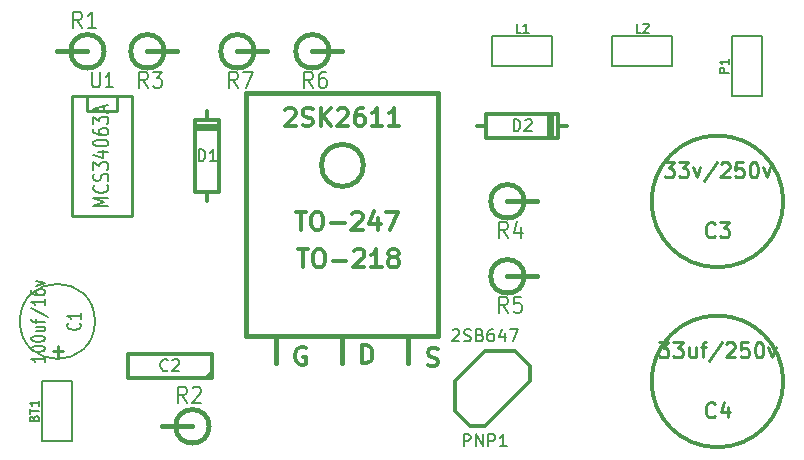
<source format=gto>
G04 (created by PCBNEW (2013-jul-07)-stable) date 2014年08月03日 (週日) 20時36分34秒*
%MOIN*%
G04 Gerber Fmt 3.4, Leading zero omitted, Abs format*
%FSLAX34Y34*%
G01*
G70*
G90*
G04 APERTURE LIST*
%ADD10C,0.00590551*%
%ADD11C,0.015*%
%ADD12C,0.005*%
%ADD13C,0.012*%
%ADD14C,0.006*%
%ADD15C,0.01*%
%ADD16C,0.008*%
%ADD17C,0.01125*%
G04 APERTURE END LIST*
G54D10*
G54D11*
X54300Y-46900D02*
X54300Y-46000D01*
X56500Y-46900D02*
X56500Y-46000D01*
X58700Y-46900D02*
X58700Y-46000D01*
X57200Y-40300D02*
G75*
G03X57200Y-40300I-700J0D01*
G74*
G01*
X59700Y-37900D02*
X59700Y-46000D01*
X53300Y-37900D02*
X59700Y-37900D01*
X53300Y-46000D02*
X53300Y-37900D01*
X59700Y-46000D02*
X53300Y-46000D01*
G54D12*
X48250Y-45500D02*
G75*
G03X48250Y-45500I-1250J0D01*
G74*
G01*
G54D13*
X71195Y-41500D02*
G75*
G03X71195Y-41500I-2195J0D01*
G74*
G01*
X71195Y-47500D02*
G75*
G03X71195Y-47500I-2195J0D01*
G74*
G01*
X52000Y-38500D02*
X52000Y-38800D01*
X52000Y-38800D02*
X51600Y-38800D01*
X51600Y-38800D02*
X51600Y-41200D01*
X51600Y-41200D02*
X52000Y-41200D01*
X52000Y-41200D02*
X52000Y-41500D01*
X52000Y-41200D02*
X52400Y-41200D01*
X52400Y-41200D02*
X52400Y-38800D01*
X52400Y-38800D02*
X52000Y-38800D01*
X51600Y-39000D02*
X52400Y-39000D01*
X52400Y-39100D02*
X51600Y-39100D01*
X64000Y-39000D02*
X63700Y-39000D01*
X63700Y-39000D02*
X63700Y-38600D01*
X63700Y-38600D02*
X61300Y-38600D01*
X61300Y-38600D02*
X61300Y-39000D01*
X61300Y-39000D02*
X61000Y-39000D01*
X61300Y-39000D02*
X61300Y-39400D01*
X61300Y-39400D02*
X63700Y-39400D01*
X63700Y-39400D02*
X63700Y-39000D01*
X63500Y-38600D02*
X63500Y-39400D01*
X63400Y-39400D02*
X63400Y-38600D01*
G54D14*
X61500Y-37000D02*
X61500Y-36000D01*
X61500Y-36000D02*
X63500Y-36000D01*
X63500Y-36000D02*
X63500Y-37000D01*
X63500Y-37000D02*
X61500Y-37000D01*
X65500Y-37000D02*
X65500Y-36000D01*
X65500Y-36000D02*
X67500Y-36000D01*
X67500Y-36000D02*
X67500Y-37000D01*
X67500Y-37000D02*
X65500Y-37000D01*
G54D11*
X48000Y-36500D02*
X47000Y-36500D01*
X48559Y-36500D02*
G75*
G03X48559Y-36500I-559J0D01*
G74*
G01*
X51500Y-49000D02*
X50500Y-49000D01*
X52059Y-49000D02*
G75*
G03X52059Y-49000I-559J0D01*
G74*
G01*
X50000Y-36500D02*
X51000Y-36500D01*
X50559Y-36500D02*
G75*
G03X50559Y-36500I-559J0D01*
G74*
G01*
X62000Y-41500D02*
X63000Y-41500D01*
X62559Y-41500D02*
G75*
G03X62559Y-41500I-559J0D01*
G74*
G01*
X62000Y-44000D02*
X63000Y-44000D01*
X62559Y-44000D02*
G75*
G03X62559Y-44000I-559J0D01*
G74*
G01*
G54D15*
X49000Y-38000D02*
X49000Y-38500D01*
X49000Y-38500D02*
X48000Y-38500D01*
X48000Y-38500D02*
X48000Y-38000D01*
X49500Y-38000D02*
X49500Y-42000D01*
X49500Y-42000D02*
X47500Y-42000D01*
X47500Y-42000D02*
X47500Y-38000D01*
X47500Y-38000D02*
X49500Y-38000D01*
G54D14*
X47500Y-49500D02*
X46500Y-49500D01*
X46500Y-49500D02*
X46500Y-47500D01*
X46500Y-47500D02*
X47500Y-47500D01*
X47500Y-47500D02*
X47500Y-49500D01*
X70500Y-38000D02*
X69500Y-38000D01*
X69500Y-38000D02*
X69500Y-36000D01*
X69500Y-36000D02*
X70500Y-36000D01*
X70500Y-36000D02*
X70500Y-38000D01*
G54D11*
X55500Y-36500D02*
X56500Y-36500D01*
X56059Y-36500D02*
G75*
G03X56059Y-36500I-559J0D01*
G74*
G01*
X53000Y-36500D02*
X54000Y-36500D01*
X53559Y-36500D02*
G75*
G03X53559Y-36500I-559J0D01*
G74*
G01*
G54D13*
X61250Y-49000D02*
X62750Y-47500D01*
X62750Y-47500D02*
X62750Y-47000D01*
X62750Y-47000D02*
X62250Y-46500D01*
X62250Y-46500D02*
X61250Y-46500D01*
X61250Y-46500D02*
X60250Y-47500D01*
X60250Y-47500D02*
X60250Y-48500D01*
X60250Y-48500D02*
X60750Y-49000D01*
X60750Y-49000D02*
X61250Y-49000D01*
X52150Y-47400D02*
X49350Y-47400D01*
X49350Y-47400D02*
X49350Y-46600D01*
X49350Y-46600D02*
X52150Y-46600D01*
X52150Y-46600D02*
X52150Y-47400D01*
X52150Y-47200D02*
X51950Y-47400D01*
X54599Y-38450D02*
X54628Y-38421D01*
X54685Y-38392D01*
X54828Y-38392D01*
X54885Y-38421D01*
X54914Y-38450D01*
X54942Y-38507D01*
X54942Y-38564D01*
X54914Y-38650D01*
X54571Y-38992D01*
X54942Y-38992D01*
X55171Y-38964D02*
X55257Y-38992D01*
X55399Y-38992D01*
X55457Y-38964D01*
X55485Y-38935D01*
X55514Y-38878D01*
X55514Y-38821D01*
X55485Y-38764D01*
X55457Y-38735D01*
X55399Y-38707D01*
X55285Y-38678D01*
X55228Y-38650D01*
X55199Y-38621D01*
X55171Y-38564D01*
X55171Y-38507D01*
X55199Y-38450D01*
X55228Y-38421D01*
X55285Y-38392D01*
X55428Y-38392D01*
X55514Y-38421D01*
X55771Y-38992D02*
X55771Y-38392D01*
X56114Y-38992D02*
X55857Y-38650D01*
X56114Y-38392D02*
X55771Y-38735D01*
X56342Y-38450D02*
X56371Y-38421D01*
X56428Y-38392D01*
X56571Y-38392D01*
X56628Y-38421D01*
X56657Y-38450D01*
X56685Y-38507D01*
X56685Y-38564D01*
X56657Y-38650D01*
X56314Y-38992D01*
X56685Y-38992D01*
X57200Y-38392D02*
X57085Y-38392D01*
X57028Y-38421D01*
X57000Y-38450D01*
X56942Y-38535D01*
X56914Y-38650D01*
X56914Y-38878D01*
X56942Y-38935D01*
X56971Y-38964D01*
X57028Y-38992D01*
X57142Y-38992D01*
X57200Y-38964D01*
X57228Y-38935D01*
X57257Y-38878D01*
X57257Y-38735D01*
X57228Y-38678D01*
X57200Y-38650D01*
X57142Y-38621D01*
X57028Y-38621D01*
X56971Y-38650D01*
X56942Y-38678D01*
X56914Y-38735D01*
X57828Y-38992D02*
X57485Y-38992D01*
X57657Y-38992D02*
X57657Y-38392D01*
X57600Y-38478D01*
X57542Y-38535D01*
X57485Y-38564D01*
X58400Y-38992D02*
X58057Y-38992D01*
X58228Y-38992D02*
X58228Y-38392D01*
X58171Y-38478D01*
X58114Y-38535D01*
X58057Y-38564D01*
X55005Y-43102D02*
X55348Y-43102D01*
X55177Y-43702D02*
X55177Y-43102D01*
X55662Y-43102D02*
X55777Y-43102D01*
X55834Y-43131D01*
X55891Y-43188D01*
X55920Y-43302D01*
X55920Y-43502D01*
X55891Y-43617D01*
X55834Y-43674D01*
X55777Y-43702D01*
X55662Y-43702D01*
X55605Y-43674D01*
X55548Y-43617D01*
X55520Y-43502D01*
X55520Y-43302D01*
X55548Y-43188D01*
X55605Y-43131D01*
X55662Y-43102D01*
X56177Y-43474D02*
X56634Y-43474D01*
X56891Y-43160D02*
X56919Y-43131D01*
X56977Y-43102D01*
X57119Y-43102D01*
X57177Y-43131D01*
X57205Y-43160D01*
X57234Y-43217D01*
X57234Y-43274D01*
X57205Y-43360D01*
X56862Y-43702D01*
X57234Y-43702D01*
X57805Y-43702D02*
X57462Y-43702D01*
X57634Y-43702D02*
X57634Y-43102D01*
X57577Y-43188D01*
X57520Y-43245D01*
X57462Y-43274D01*
X58148Y-43360D02*
X58091Y-43331D01*
X58062Y-43302D01*
X58034Y-43245D01*
X58034Y-43217D01*
X58062Y-43160D01*
X58091Y-43131D01*
X58148Y-43102D01*
X58262Y-43102D01*
X58320Y-43131D01*
X58348Y-43160D01*
X58377Y-43217D01*
X58377Y-43245D01*
X58348Y-43302D01*
X58320Y-43331D01*
X58262Y-43360D01*
X58148Y-43360D01*
X58091Y-43388D01*
X58062Y-43417D01*
X58034Y-43474D01*
X58034Y-43588D01*
X58062Y-43645D01*
X58091Y-43674D01*
X58148Y-43702D01*
X58262Y-43702D01*
X58320Y-43674D01*
X58348Y-43645D01*
X58377Y-43588D01*
X58377Y-43474D01*
X58348Y-43417D01*
X58320Y-43388D01*
X58262Y-43360D01*
X54945Y-41852D02*
X55288Y-41852D01*
X55117Y-42452D02*
X55117Y-41852D01*
X55602Y-41852D02*
X55717Y-41852D01*
X55774Y-41881D01*
X55831Y-41938D01*
X55860Y-42052D01*
X55860Y-42252D01*
X55831Y-42367D01*
X55774Y-42424D01*
X55717Y-42452D01*
X55602Y-42452D01*
X55545Y-42424D01*
X55488Y-42367D01*
X55460Y-42252D01*
X55460Y-42052D01*
X55488Y-41938D01*
X55545Y-41881D01*
X55602Y-41852D01*
X56117Y-42224D02*
X56574Y-42224D01*
X56831Y-41910D02*
X56859Y-41881D01*
X56917Y-41852D01*
X57059Y-41852D01*
X57117Y-41881D01*
X57145Y-41910D01*
X57174Y-41967D01*
X57174Y-42024D01*
X57145Y-42110D01*
X56802Y-42452D01*
X57174Y-42452D01*
X57688Y-42052D02*
X57688Y-42452D01*
X57545Y-41824D02*
X57402Y-42252D01*
X57774Y-42252D01*
X57945Y-41852D02*
X58345Y-41852D01*
X58088Y-42452D01*
X59343Y-46969D02*
X59429Y-46997D01*
X59572Y-46997D01*
X59629Y-46969D01*
X59657Y-46940D01*
X59686Y-46883D01*
X59686Y-46826D01*
X59657Y-46769D01*
X59629Y-46740D01*
X59572Y-46712D01*
X59457Y-46683D01*
X59400Y-46655D01*
X59372Y-46626D01*
X59343Y-46569D01*
X59343Y-46512D01*
X59372Y-46455D01*
X59400Y-46426D01*
X59457Y-46397D01*
X59600Y-46397D01*
X59686Y-46426D01*
X57157Y-46897D02*
X57157Y-46297D01*
X57300Y-46297D01*
X57386Y-46326D01*
X57443Y-46383D01*
X57472Y-46440D01*
X57500Y-46555D01*
X57500Y-46640D01*
X57472Y-46755D01*
X57443Y-46812D01*
X57386Y-46869D01*
X57300Y-46897D01*
X57157Y-46897D01*
X55272Y-46376D02*
X55215Y-46347D01*
X55129Y-46347D01*
X55043Y-46376D01*
X54986Y-46433D01*
X54957Y-46490D01*
X54929Y-46605D01*
X54929Y-46690D01*
X54957Y-46805D01*
X54986Y-46862D01*
X55043Y-46919D01*
X55129Y-46947D01*
X55186Y-46947D01*
X55272Y-46919D01*
X55300Y-46890D01*
X55300Y-46690D01*
X55186Y-46690D01*
G54D16*
X47739Y-45558D02*
X47760Y-45575D01*
X47782Y-45625D01*
X47782Y-45658D01*
X47760Y-45708D01*
X47717Y-45741D01*
X47675Y-45758D01*
X47589Y-45775D01*
X47525Y-45775D01*
X47439Y-45758D01*
X47396Y-45741D01*
X47353Y-45708D01*
X47332Y-45658D01*
X47332Y-45625D01*
X47353Y-45575D01*
X47375Y-45558D01*
X47782Y-45225D02*
X47782Y-45425D01*
X47782Y-45325D02*
X47332Y-45325D01*
X47396Y-45358D01*
X47439Y-45391D01*
X47460Y-45425D01*
X46582Y-46641D02*
X46582Y-46841D01*
X46582Y-46741D02*
X46132Y-46741D01*
X46196Y-46775D01*
X46239Y-46808D01*
X46260Y-46841D01*
X46132Y-46425D02*
X46132Y-46391D01*
X46153Y-46358D01*
X46175Y-46341D01*
X46217Y-46325D01*
X46303Y-46308D01*
X46410Y-46308D01*
X46496Y-46325D01*
X46539Y-46341D01*
X46560Y-46358D01*
X46582Y-46391D01*
X46582Y-46425D01*
X46560Y-46458D01*
X46539Y-46475D01*
X46496Y-46491D01*
X46410Y-46508D01*
X46303Y-46508D01*
X46217Y-46491D01*
X46175Y-46475D01*
X46153Y-46458D01*
X46132Y-46425D01*
X46132Y-46091D02*
X46132Y-46058D01*
X46153Y-46025D01*
X46175Y-46008D01*
X46217Y-45991D01*
X46303Y-45975D01*
X46410Y-45975D01*
X46496Y-45991D01*
X46539Y-46008D01*
X46560Y-46025D01*
X46582Y-46058D01*
X46582Y-46091D01*
X46560Y-46125D01*
X46539Y-46141D01*
X46496Y-46158D01*
X46410Y-46175D01*
X46303Y-46175D01*
X46217Y-46158D01*
X46175Y-46141D01*
X46153Y-46125D01*
X46132Y-46091D01*
X46282Y-45674D02*
X46582Y-45674D01*
X46282Y-45824D02*
X46517Y-45824D01*
X46560Y-45808D01*
X46582Y-45774D01*
X46582Y-45724D01*
X46560Y-45691D01*
X46539Y-45674D01*
X46282Y-45558D02*
X46282Y-45425D01*
X46582Y-45508D02*
X46196Y-45508D01*
X46153Y-45491D01*
X46132Y-45458D01*
X46132Y-45425D01*
X46110Y-45058D02*
X46689Y-45358D01*
X46582Y-44758D02*
X46582Y-44958D01*
X46582Y-44858D02*
X46132Y-44858D01*
X46196Y-44891D01*
X46239Y-44925D01*
X46260Y-44958D01*
X46132Y-44458D02*
X46132Y-44525D01*
X46153Y-44558D01*
X46175Y-44575D01*
X46239Y-44608D01*
X46325Y-44625D01*
X46496Y-44625D01*
X46539Y-44608D01*
X46560Y-44591D01*
X46582Y-44558D01*
X46582Y-44491D01*
X46560Y-44458D01*
X46539Y-44441D01*
X46496Y-44425D01*
X46389Y-44425D01*
X46346Y-44441D01*
X46325Y-44458D01*
X46303Y-44491D01*
X46303Y-44558D01*
X46325Y-44591D01*
X46346Y-44608D01*
X46389Y-44625D01*
X46282Y-44308D02*
X46582Y-44224D01*
X46282Y-44141D01*
G54D17*
X47010Y-46671D02*
X47010Y-46328D01*
X47182Y-46500D02*
X46839Y-46500D01*
G54D13*
G54D15*
X68916Y-42654D02*
X68892Y-42678D01*
X68821Y-42702D01*
X68773Y-42702D01*
X68702Y-42678D01*
X68654Y-42630D01*
X68630Y-42583D01*
X68607Y-42488D01*
X68607Y-42416D01*
X68630Y-42321D01*
X68654Y-42273D01*
X68702Y-42226D01*
X68773Y-42202D01*
X68821Y-42202D01*
X68892Y-42226D01*
X68916Y-42250D01*
X69083Y-42202D02*
X69392Y-42202D01*
X69226Y-42392D01*
X69297Y-42392D01*
X69345Y-42416D01*
X69369Y-42440D01*
X69392Y-42488D01*
X69392Y-42607D01*
X69369Y-42654D01*
X69345Y-42678D01*
X69297Y-42702D01*
X69154Y-42702D01*
X69107Y-42678D01*
X69083Y-42654D01*
X67238Y-40202D02*
X67547Y-40202D01*
X67380Y-40392D01*
X67452Y-40392D01*
X67500Y-40416D01*
X67523Y-40440D01*
X67547Y-40488D01*
X67547Y-40607D01*
X67523Y-40654D01*
X67500Y-40678D01*
X67452Y-40702D01*
X67309Y-40702D01*
X67261Y-40678D01*
X67238Y-40654D01*
X67714Y-40202D02*
X68023Y-40202D01*
X67857Y-40392D01*
X67928Y-40392D01*
X67976Y-40416D01*
X68000Y-40440D01*
X68023Y-40488D01*
X68023Y-40607D01*
X68000Y-40654D01*
X67976Y-40678D01*
X67928Y-40702D01*
X67785Y-40702D01*
X67738Y-40678D01*
X67714Y-40654D01*
X68190Y-40369D02*
X68309Y-40702D01*
X68428Y-40369D01*
X68976Y-40178D02*
X68547Y-40821D01*
X69119Y-40250D02*
X69142Y-40226D01*
X69190Y-40202D01*
X69309Y-40202D01*
X69357Y-40226D01*
X69380Y-40250D01*
X69404Y-40297D01*
X69404Y-40345D01*
X69380Y-40416D01*
X69095Y-40702D01*
X69404Y-40702D01*
X69857Y-40202D02*
X69619Y-40202D01*
X69595Y-40440D01*
X69619Y-40416D01*
X69666Y-40392D01*
X69785Y-40392D01*
X69833Y-40416D01*
X69857Y-40440D01*
X69880Y-40488D01*
X69880Y-40607D01*
X69857Y-40654D01*
X69833Y-40678D01*
X69785Y-40702D01*
X69666Y-40702D01*
X69619Y-40678D01*
X69595Y-40654D01*
X70190Y-40202D02*
X70238Y-40202D01*
X70285Y-40226D01*
X70309Y-40250D01*
X70333Y-40297D01*
X70357Y-40392D01*
X70357Y-40511D01*
X70333Y-40607D01*
X70309Y-40654D01*
X70285Y-40678D01*
X70238Y-40702D01*
X70190Y-40702D01*
X70142Y-40678D01*
X70119Y-40654D01*
X70095Y-40607D01*
X70071Y-40511D01*
X70071Y-40392D01*
X70095Y-40297D01*
X70119Y-40250D01*
X70142Y-40226D01*
X70190Y-40202D01*
X70523Y-40369D02*
X70642Y-40702D01*
X70761Y-40369D01*
X68916Y-48654D02*
X68892Y-48678D01*
X68821Y-48702D01*
X68773Y-48702D01*
X68702Y-48678D01*
X68654Y-48630D01*
X68630Y-48583D01*
X68607Y-48488D01*
X68607Y-48416D01*
X68630Y-48321D01*
X68654Y-48273D01*
X68702Y-48226D01*
X68773Y-48202D01*
X68821Y-48202D01*
X68892Y-48226D01*
X68916Y-48250D01*
X69345Y-48369D02*
X69345Y-48702D01*
X69226Y-48178D02*
X69107Y-48535D01*
X69416Y-48535D01*
X67059Y-46202D02*
X67369Y-46202D01*
X67202Y-46392D01*
X67273Y-46392D01*
X67321Y-46416D01*
X67345Y-46440D01*
X67369Y-46488D01*
X67369Y-46607D01*
X67345Y-46654D01*
X67321Y-46678D01*
X67273Y-46702D01*
X67130Y-46702D01*
X67083Y-46678D01*
X67059Y-46654D01*
X67535Y-46202D02*
X67845Y-46202D01*
X67678Y-46392D01*
X67750Y-46392D01*
X67797Y-46416D01*
X67821Y-46440D01*
X67845Y-46488D01*
X67845Y-46607D01*
X67821Y-46654D01*
X67797Y-46678D01*
X67750Y-46702D01*
X67607Y-46702D01*
X67559Y-46678D01*
X67535Y-46654D01*
X68273Y-46369D02*
X68273Y-46702D01*
X68059Y-46369D02*
X68059Y-46630D01*
X68083Y-46678D01*
X68130Y-46702D01*
X68202Y-46702D01*
X68250Y-46678D01*
X68273Y-46654D01*
X68440Y-46369D02*
X68630Y-46369D01*
X68511Y-46702D02*
X68511Y-46273D01*
X68535Y-46226D01*
X68583Y-46202D01*
X68630Y-46202D01*
X69154Y-46178D02*
X68726Y-46821D01*
X69297Y-46250D02*
X69321Y-46226D01*
X69369Y-46202D01*
X69488Y-46202D01*
X69535Y-46226D01*
X69559Y-46250D01*
X69583Y-46297D01*
X69583Y-46345D01*
X69559Y-46416D01*
X69273Y-46702D01*
X69583Y-46702D01*
X70035Y-46202D02*
X69797Y-46202D01*
X69773Y-46440D01*
X69797Y-46416D01*
X69845Y-46392D01*
X69964Y-46392D01*
X70011Y-46416D01*
X70035Y-46440D01*
X70059Y-46488D01*
X70059Y-46607D01*
X70035Y-46654D01*
X70011Y-46678D01*
X69964Y-46702D01*
X69845Y-46702D01*
X69797Y-46678D01*
X69773Y-46654D01*
X70369Y-46202D02*
X70416Y-46202D01*
X70464Y-46226D01*
X70488Y-46250D01*
X70511Y-46297D01*
X70535Y-46392D01*
X70535Y-46511D01*
X70511Y-46607D01*
X70488Y-46654D01*
X70464Y-46678D01*
X70416Y-46702D01*
X70369Y-46702D01*
X70321Y-46678D01*
X70297Y-46654D01*
X70273Y-46607D01*
X70250Y-46511D01*
X70250Y-46392D01*
X70273Y-46297D01*
X70297Y-46250D01*
X70321Y-46226D01*
X70369Y-46202D01*
X70702Y-46369D02*
X70821Y-46702D01*
X70940Y-46369D01*
G54D16*
X51704Y-40161D02*
X51704Y-39761D01*
X51800Y-39761D01*
X51857Y-39780D01*
X51895Y-39819D01*
X51914Y-39857D01*
X51933Y-39933D01*
X51933Y-39990D01*
X51914Y-40066D01*
X51895Y-40104D01*
X51857Y-40142D01*
X51800Y-40161D01*
X51704Y-40161D01*
X52314Y-40161D02*
X52085Y-40161D01*
X52200Y-40161D02*
X52200Y-39761D01*
X52161Y-39819D01*
X52123Y-39857D01*
X52085Y-39876D01*
X62204Y-39161D02*
X62204Y-38761D01*
X62300Y-38761D01*
X62357Y-38780D01*
X62395Y-38819D01*
X62414Y-38857D01*
X62433Y-38933D01*
X62433Y-38990D01*
X62414Y-39066D01*
X62395Y-39104D01*
X62357Y-39142D01*
X62300Y-39161D01*
X62204Y-39161D01*
X62585Y-38800D02*
X62604Y-38780D01*
X62642Y-38761D01*
X62738Y-38761D01*
X62776Y-38780D01*
X62795Y-38800D01*
X62814Y-38838D01*
X62814Y-38876D01*
X62795Y-38933D01*
X62566Y-39161D01*
X62814Y-39161D01*
G54D14*
X62450Y-35871D02*
X62307Y-35871D01*
X62307Y-35571D01*
X62707Y-35871D02*
X62535Y-35871D01*
X62621Y-35871D02*
X62621Y-35571D01*
X62592Y-35614D01*
X62564Y-35642D01*
X62535Y-35657D01*
X66450Y-35871D02*
X66307Y-35871D01*
X66307Y-35571D01*
X66535Y-35600D02*
X66550Y-35585D01*
X66578Y-35571D01*
X66650Y-35571D01*
X66678Y-35585D01*
X66692Y-35600D01*
X66707Y-35628D01*
X66707Y-35657D01*
X66692Y-35700D01*
X66521Y-35871D01*
X66707Y-35871D01*
G54D16*
X47816Y-35722D02*
X47650Y-35460D01*
X47530Y-35722D02*
X47530Y-35172D01*
X47721Y-35172D01*
X47769Y-35198D01*
X47792Y-35225D01*
X47816Y-35277D01*
X47816Y-35355D01*
X47792Y-35408D01*
X47769Y-35434D01*
X47721Y-35460D01*
X47530Y-35460D01*
X48292Y-35722D02*
X48007Y-35722D01*
X48150Y-35722D02*
X48150Y-35172D01*
X48102Y-35251D01*
X48054Y-35303D01*
X48007Y-35329D01*
X51316Y-48222D02*
X51150Y-47960D01*
X51030Y-48222D02*
X51030Y-47672D01*
X51221Y-47672D01*
X51269Y-47698D01*
X51292Y-47725D01*
X51316Y-47777D01*
X51316Y-47855D01*
X51292Y-47908D01*
X51269Y-47934D01*
X51221Y-47960D01*
X51030Y-47960D01*
X51507Y-47725D02*
X51530Y-47698D01*
X51578Y-47672D01*
X51697Y-47672D01*
X51745Y-47698D01*
X51769Y-47725D01*
X51792Y-47777D01*
X51792Y-47829D01*
X51769Y-47908D01*
X51483Y-48222D01*
X51792Y-48222D01*
X50016Y-37722D02*
X49850Y-37460D01*
X49730Y-37722D02*
X49730Y-37172D01*
X49921Y-37172D01*
X49969Y-37198D01*
X49992Y-37225D01*
X50016Y-37277D01*
X50016Y-37355D01*
X49992Y-37408D01*
X49969Y-37434D01*
X49921Y-37460D01*
X49730Y-37460D01*
X50183Y-37172D02*
X50492Y-37172D01*
X50326Y-37382D01*
X50397Y-37382D01*
X50445Y-37408D01*
X50469Y-37434D01*
X50492Y-37486D01*
X50492Y-37617D01*
X50469Y-37670D01*
X50445Y-37696D01*
X50397Y-37722D01*
X50254Y-37722D01*
X50207Y-37696D01*
X50183Y-37670D01*
X62016Y-42722D02*
X61850Y-42460D01*
X61730Y-42722D02*
X61730Y-42172D01*
X61921Y-42172D01*
X61969Y-42198D01*
X61992Y-42225D01*
X62016Y-42277D01*
X62016Y-42355D01*
X61992Y-42408D01*
X61969Y-42434D01*
X61921Y-42460D01*
X61730Y-42460D01*
X62445Y-42355D02*
X62445Y-42722D01*
X62326Y-42146D02*
X62207Y-42539D01*
X62516Y-42539D01*
X62016Y-45222D02*
X61850Y-44960D01*
X61730Y-45222D02*
X61730Y-44672D01*
X61921Y-44672D01*
X61969Y-44698D01*
X61992Y-44725D01*
X62016Y-44777D01*
X62016Y-44855D01*
X61992Y-44908D01*
X61969Y-44934D01*
X61921Y-44960D01*
X61730Y-44960D01*
X62469Y-44672D02*
X62230Y-44672D01*
X62207Y-44934D01*
X62230Y-44908D01*
X62278Y-44882D01*
X62397Y-44882D01*
X62445Y-44908D01*
X62469Y-44934D01*
X62492Y-44986D01*
X62492Y-45117D01*
X62469Y-45170D01*
X62445Y-45196D01*
X62397Y-45222D01*
X62278Y-45222D01*
X62230Y-45196D01*
X62207Y-45170D01*
X48157Y-37202D02*
X48157Y-37607D01*
X48178Y-37654D01*
X48200Y-37678D01*
X48242Y-37702D01*
X48328Y-37702D01*
X48371Y-37678D01*
X48392Y-37654D01*
X48414Y-37607D01*
X48414Y-37202D01*
X48864Y-37702D02*
X48607Y-37702D01*
X48735Y-37702D02*
X48735Y-37202D01*
X48692Y-37273D01*
X48650Y-37321D01*
X48607Y-37345D01*
X48702Y-41647D02*
X48202Y-41647D01*
X48559Y-41514D01*
X48202Y-41380D01*
X48702Y-41380D01*
X48654Y-40961D02*
X48678Y-40980D01*
X48702Y-41038D01*
X48702Y-41076D01*
X48678Y-41133D01*
X48630Y-41171D01*
X48583Y-41190D01*
X48488Y-41209D01*
X48416Y-41209D01*
X48321Y-41190D01*
X48273Y-41171D01*
X48226Y-41133D01*
X48202Y-41076D01*
X48202Y-41038D01*
X48226Y-40980D01*
X48250Y-40961D01*
X48678Y-40809D02*
X48702Y-40752D01*
X48702Y-40657D01*
X48678Y-40619D01*
X48654Y-40600D01*
X48607Y-40580D01*
X48559Y-40580D01*
X48511Y-40600D01*
X48488Y-40619D01*
X48464Y-40657D01*
X48440Y-40733D01*
X48416Y-40771D01*
X48392Y-40790D01*
X48345Y-40809D01*
X48297Y-40809D01*
X48250Y-40790D01*
X48226Y-40771D01*
X48202Y-40733D01*
X48202Y-40638D01*
X48226Y-40580D01*
X48202Y-40447D02*
X48202Y-40200D01*
X48392Y-40333D01*
X48392Y-40276D01*
X48416Y-40238D01*
X48440Y-40219D01*
X48488Y-40200D01*
X48607Y-40200D01*
X48654Y-40219D01*
X48678Y-40238D01*
X48702Y-40276D01*
X48702Y-40390D01*
X48678Y-40428D01*
X48654Y-40447D01*
X48369Y-39857D02*
X48702Y-39857D01*
X48178Y-39952D02*
X48535Y-40047D01*
X48535Y-39800D01*
X48202Y-39571D02*
X48202Y-39533D01*
X48226Y-39495D01*
X48250Y-39476D01*
X48297Y-39457D01*
X48392Y-39438D01*
X48511Y-39438D01*
X48607Y-39457D01*
X48654Y-39476D01*
X48678Y-39495D01*
X48702Y-39533D01*
X48702Y-39571D01*
X48678Y-39609D01*
X48654Y-39628D01*
X48607Y-39647D01*
X48511Y-39666D01*
X48392Y-39666D01*
X48297Y-39647D01*
X48250Y-39628D01*
X48226Y-39609D01*
X48202Y-39571D01*
X48202Y-39095D02*
X48202Y-39171D01*
X48226Y-39209D01*
X48250Y-39228D01*
X48321Y-39266D01*
X48416Y-39285D01*
X48607Y-39285D01*
X48654Y-39266D01*
X48678Y-39247D01*
X48702Y-39209D01*
X48702Y-39133D01*
X48678Y-39095D01*
X48654Y-39076D01*
X48607Y-39057D01*
X48488Y-39057D01*
X48440Y-39076D01*
X48416Y-39095D01*
X48392Y-39133D01*
X48392Y-39209D01*
X48416Y-39247D01*
X48440Y-39266D01*
X48488Y-39285D01*
X48202Y-38923D02*
X48202Y-38676D01*
X48392Y-38809D01*
X48392Y-38752D01*
X48416Y-38714D01*
X48440Y-38695D01*
X48488Y-38676D01*
X48607Y-38676D01*
X48654Y-38695D01*
X48678Y-38714D01*
X48702Y-38752D01*
X48702Y-38866D01*
X48678Y-38904D01*
X48654Y-38923D01*
X48559Y-38523D02*
X48559Y-38333D01*
X48702Y-38561D02*
X48202Y-38428D01*
X48702Y-38295D01*
G54D14*
X46214Y-48735D02*
X46228Y-48692D01*
X46242Y-48678D01*
X46271Y-48664D01*
X46314Y-48664D01*
X46342Y-48678D01*
X46357Y-48692D01*
X46371Y-48721D01*
X46371Y-48835D01*
X46071Y-48835D01*
X46071Y-48735D01*
X46085Y-48707D01*
X46100Y-48692D01*
X46128Y-48678D01*
X46157Y-48678D01*
X46185Y-48692D01*
X46200Y-48707D01*
X46214Y-48735D01*
X46214Y-48835D01*
X46071Y-48578D02*
X46071Y-48407D01*
X46371Y-48492D02*
X46071Y-48492D01*
X46371Y-48150D02*
X46371Y-48321D01*
X46371Y-48235D02*
X46071Y-48235D01*
X46114Y-48264D01*
X46142Y-48292D01*
X46157Y-48321D01*
X69371Y-37221D02*
X69071Y-37221D01*
X69071Y-37107D01*
X69085Y-37078D01*
X69100Y-37064D01*
X69128Y-37050D01*
X69171Y-37050D01*
X69200Y-37064D01*
X69214Y-37078D01*
X69228Y-37107D01*
X69228Y-37221D01*
X69371Y-36764D02*
X69371Y-36935D01*
X69371Y-36850D02*
X69071Y-36850D01*
X69114Y-36878D01*
X69142Y-36907D01*
X69157Y-36935D01*
G54D16*
X55516Y-37722D02*
X55350Y-37460D01*
X55230Y-37722D02*
X55230Y-37172D01*
X55421Y-37172D01*
X55469Y-37198D01*
X55492Y-37225D01*
X55516Y-37277D01*
X55516Y-37355D01*
X55492Y-37408D01*
X55469Y-37434D01*
X55421Y-37460D01*
X55230Y-37460D01*
X55945Y-37172D02*
X55850Y-37172D01*
X55802Y-37198D01*
X55778Y-37225D01*
X55730Y-37303D01*
X55707Y-37408D01*
X55707Y-37617D01*
X55730Y-37670D01*
X55754Y-37696D01*
X55802Y-37722D01*
X55897Y-37722D01*
X55945Y-37696D01*
X55969Y-37670D01*
X55992Y-37617D01*
X55992Y-37486D01*
X55969Y-37434D01*
X55945Y-37408D01*
X55897Y-37382D01*
X55802Y-37382D01*
X55754Y-37408D01*
X55730Y-37434D01*
X55707Y-37486D01*
X53016Y-37722D02*
X52850Y-37460D01*
X52730Y-37722D02*
X52730Y-37172D01*
X52921Y-37172D01*
X52969Y-37198D01*
X52992Y-37225D01*
X53016Y-37277D01*
X53016Y-37355D01*
X52992Y-37408D01*
X52969Y-37434D01*
X52921Y-37460D01*
X52730Y-37460D01*
X53183Y-37172D02*
X53516Y-37172D01*
X53302Y-37722D01*
X60545Y-49661D02*
X60545Y-49261D01*
X60697Y-49261D01*
X60735Y-49280D01*
X60754Y-49300D01*
X60773Y-49338D01*
X60773Y-49395D01*
X60754Y-49433D01*
X60735Y-49452D01*
X60697Y-49471D01*
X60545Y-49471D01*
X60945Y-49661D02*
X60945Y-49261D01*
X61173Y-49661D01*
X61173Y-49261D01*
X61364Y-49661D02*
X61364Y-49261D01*
X61516Y-49261D01*
X61554Y-49280D01*
X61573Y-49300D01*
X61592Y-49338D01*
X61592Y-49395D01*
X61573Y-49433D01*
X61554Y-49452D01*
X61516Y-49471D01*
X61364Y-49471D01*
X61973Y-49661D02*
X61745Y-49661D01*
X61859Y-49661D02*
X61859Y-49261D01*
X61821Y-49319D01*
X61783Y-49357D01*
X61745Y-49376D01*
X60173Y-45800D02*
X60192Y-45780D01*
X60230Y-45761D01*
X60326Y-45761D01*
X60364Y-45780D01*
X60383Y-45800D01*
X60402Y-45838D01*
X60402Y-45876D01*
X60383Y-45933D01*
X60154Y-46161D01*
X60402Y-46161D01*
X60554Y-46142D02*
X60611Y-46161D01*
X60707Y-46161D01*
X60745Y-46142D01*
X60764Y-46123D01*
X60783Y-46085D01*
X60783Y-46047D01*
X60764Y-46009D01*
X60745Y-45990D01*
X60707Y-45971D01*
X60630Y-45952D01*
X60592Y-45933D01*
X60573Y-45914D01*
X60554Y-45876D01*
X60554Y-45838D01*
X60573Y-45800D01*
X60592Y-45780D01*
X60630Y-45761D01*
X60726Y-45761D01*
X60783Y-45780D01*
X61088Y-45952D02*
X61145Y-45971D01*
X61164Y-45990D01*
X61183Y-46028D01*
X61183Y-46085D01*
X61164Y-46123D01*
X61145Y-46142D01*
X61107Y-46161D01*
X60954Y-46161D01*
X60954Y-45761D01*
X61088Y-45761D01*
X61126Y-45780D01*
X61145Y-45800D01*
X61164Y-45838D01*
X61164Y-45876D01*
X61145Y-45914D01*
X61126Y-45933D01*
X61088Y-45952D01*
X60954Y-45952D01*
X61526Y-45761D02*
X61450Y-45761D01*
X61411Y-45780D01*
X61392Y-45800D01*
X61354Y-45857D01*
X61335Y-45933D01*
X61335Y-46085D01*
X61354Y-46123D01*
X61373Y-46142D01*
X61411Y-46161D01*
X61488Y-46161D01*
X61526Y-46142D01*
X61545Y-46123D01*
X61564Y-46085D01*
X61564Y-45990D01*
X61545Y-45952D01*
X61526Y-45933D01*
X61488Y-45914D01*
X61411Y-45914D01*
X61373Y-45933D01*
X61354Y-45952D01*
X61335Y-45990D01*
X61907Y-45895D02*
X61907Y-46161D01*
X61811Y-45742D02*
X61716Y-46028D01*
X61964Y-46028D01*
X62078Y-45761D02*
X62345Y-45761D01*
X62173Y-46161D01*
X50683Y-47123D02*
X50664Y-47142D01*
X50607Y-47161D01*
X50569Y-47161D01*
X50511Y-47142D01*
X50473Y-47104D01*
X50454Y-47066D01*
X50435Y-46990D01*
X50435Y-46933D01*
X50454Y-46857D01*
X50473Y-46819D01*
X50511Y-46780D01*
X50569Y-46761D01*
X50607Y-46761D01*
X50664Y-46780D01*
X50683Y-46800D01*
X50835Y-46800D02*
X50854Y-46780D01*
X50892Y-46761D01*
X50988Y-46761D01*
X51026Y-46780D01*
X51045Y-46800D01*
X51064Y-46838D01*
X51064Y-46876D01*
X51045Y-46933D01*
X50816Y-47161D01*
X51064Y-47161D01*
M02*

</source>
